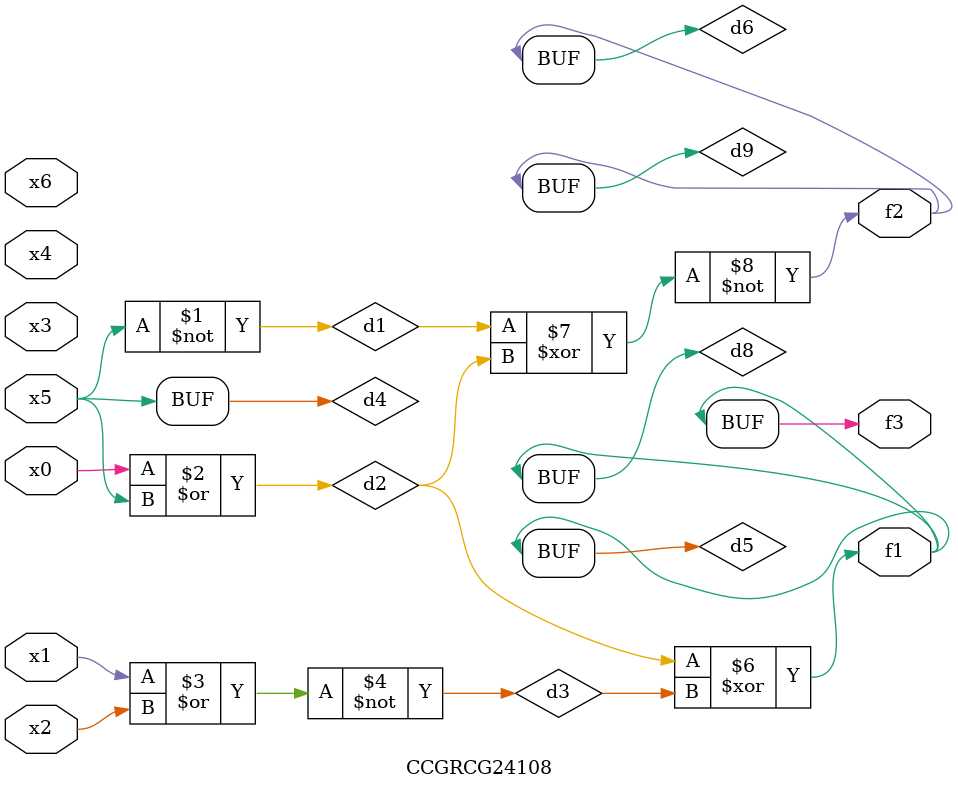
<source format=v>
module CCGRCG24108(
	input x0, x1, x2, x3, x4, x5, x6,
	output f1, f2, f3
);

	wire d1, d2, d3, d4, d5, d6, d7, d8, d9;

	nand (d1, x5);
	or (d2, x0, x5);
	nor (d3, x1, x2);
	xnor (d4, d1);
	xor (d5, d2, d3);
	xnor (d6, d1, d2);
	not (d7, x4);
	buf (d8, d5);
	xor (d9, d6);
	assign f1 = d8;
	assign f2 = d9;
	assign f3 = d8;
endmodule

</source>
